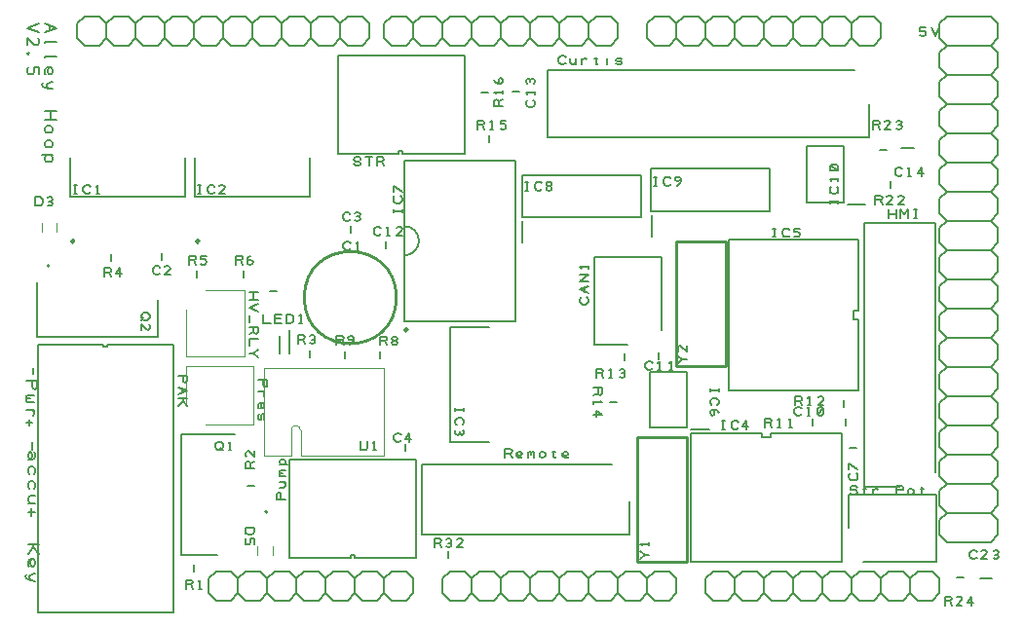
<source format=gbr>
G04 EasyPC Gerber Version 21.0.3 Build 4286 *
G04 #@! TF.Part,Single*
G04 #@! TF.FileFunction,Legend,Top *
G04 #@! TF.FilePolarity,Positive *
%FSLAX35Y35*%
%MOIN*%
%ADD13C,0.00394*%
%ADD149C,0.00394*%
%ADD147C,0.00472*%
%ADD145C,0.00500*%
%ADD146C,0.00600*%
%ADD117C,0.00669*%
%ADD14C,0.00787*%
%ADD155C,0.00984*%
%ADD148C,0.01000*%
X0Y0D02*
D02*
D13*
X12053Y133085D02*
Y135841D01*
X17171Y133085D02*
Y135841D01*
X85872Y25211D02*
Y22456D01*
X90990Y25211D02*
Y22456D01*
D02*
D14*
X10321Y115625D02*
Y97160D01*
X51817*
Y109739*
X13825Y121274D02*
G75*
G02X14612I394D01*
G01*
X13825D02*
G75*
G03X14612I394D01*
G01*
X35636Y125493D02*
Y123131D01*
X53116Y125743D02*
Y123381D01*
X60990Y158282D02*
Y144896D01*
X21620*
Y158282*
X64219Y16550D02*
Y18912D01*
X65163Y117298D02*
Y119660D01*
X78136Y63715D02*
X59671D01*
Y22219*
X72250*
X80990Y119660D02*
Y117298D01*
X82526Y46078D02*
X84888D01*
X88431Y37022D02*
X89219*
G75*
G02X88431I-394D01*
G01*
X89219D02*
G75*
G03X88431I-394D01*
G01*
X90203Y112810D02*
X92565D01*
X93469Y97461D02*
Y91162D01*
X96618D02*
Y99233D01*
X103746Y158282D02*
Y144896D01*
X64376*
Y158282*
X103793Y92243D02*
Y89881D01*
X115793Y91993D02*
Y89631D01*
X117793Y132631D02*
Y134993D01*
X127793Y91993D02*
Y89631D01*
X129888Y129581D02*
Y127219D01*
X136266Y60251D02*
Y57889D01*
X151030Y21274D02*
Y23637D01*
X164724Y180562D02*
X162362D01*
X165085Y165959D02*
Y163597D01*
X165203Y60999D02*
X151817D01*
Y100369*
X165203*
X175474Y181062D02*
X173112D01*
X176502Y137889D02*
Y152456D01*
X216974*
Y137889*
X176502*
X176581Y129227D02*
Y136511D01*
X206423Y74778D02*
X208785D01*
X207132Y53243D02*
X142132D01*
Y29424*
X213116*
Y40763*
X211543Y88881D02*
Y91243D01*
X220557Y140028D02*
Y154595D01*
X261030*
Y140028*
X220557*
X220636Y131367D02*
Y138650D01*
X223043Y91743D02*
Y89381D01*
X224039Y99312D02*
Y124312D01*
X201205*
Y94312*
X212543*
X232801Y65841D02*
X220203D01*
Y85133*
X232801*
Y65841*
X240281Y65231D02*
X234179D01*
X275636Y66511D02*
Y68873D01*
X286343Y142916D02*
X273744D01*
Y162207*
X286343*
Y142916*
X286502Y75487D02*
Y73125D01*
X287211Y69109D02*
Y66747D01*
X288392Y58952D02*
X290754D01*
X290043Y188229D02*
X185043D01*
Y165394*
X295043*
Y176812*
X293043Y20066D02*
X318043D01*
Y42900*
X288043*
Y31562*
X293823Y142306D02*
X287720D01*
X301224Y161062D02*
X298862D01*
X302293Y148131D02*
Y150493D01*
X310360Y161562D02*
X306226D01*
X317650Y50812D02*
Y135950D01*
X293437*
Y45812*
X305543*
X325112Y14812D02*
X327474D01*
X337110Y14312D02*
X332976D01*
D02*
D117*
X6817Y67524D02*
X8785D01*
X7801Y66540D02*
Y68509D01*
X9888Y141894D02*
Y144847D01*
X11364*
X11856Y144601*
X12102Y144355*
X12348Y143863*
Y142879*
X12102Y142387*
X11856Y142141*
X11364Y141894*
X9888*
X14071Y142141D02*
X14563Y141894D01*
X15055*
X15547Y142141*
X15793Y142633*
X15547Y143125*
X15055Y143371*
X14563*
X15055D02*
X15547Y143617D01*
X15793Y144109*
X15547Y144601*
X15055Y144847*
X14563*
X14071Y144601*
X9110Y84227D02*
Y86196D01*
X23028Y146028D02*
X24012D01*
X23520D02*
Y148981D01*
X23028D02*
X24012D01*
X28687Y146520D02*
X28441Y146274D01*
X27949Y146028*
X27211*
X26719Y146274*
X26472Y146520*
X26226Y147013*
Y147997*
X26472Y148489*
X26719Y148735*
X27211Y148981*
X27949*
X28441Y148735*
X28687Y148489*
X30656Y146028D02*
X31640D01*
X31148D02*
Y148981D01*
X30656Y148489*
X33425Y117564D02*
Y120517D01*
X35148*
X35640Y120270*
X35886Y119778*
X35640Y119286*
X35148Y119040*
X33425*
X35148D02*
X35886Y117564D01*
X38593D02*
Y120517D01*
X37362Y118548*
X39331*
X47041Y105239D02*
X48026D01*
X48518Y104993*
X48764Y104747*
X49010Y104255*
Y103763*
X48764Y103270*
X48518Y103024*
X48026Y102778*
X47041*
X46549Y103024*
X46303Y103270*
X46057Y103763*
Y104255*
X46303Y104747*
X46549Y104993*
X47041Y105239*
X46795Y103517D02*
X46057Y102778D01*
Y99333D02*
Y101302D01*
X47780Y99580*
X48272Y99333*
X48764Y99580*
X49010Y100072*
Y100810*
X48764Y101302*
X52506Y118765D02*
X52260Y118519D01*
X51768Y118272*
X51030*
X50537Y118519*
X50291Y118765*
X50045Y119257*
Y120241*
X50291Y120733*
X50537Y120979*
X51030Y121225*
X51768*
X52260Y120979*
X52506Y120733*
X55951Y118272D02*
X53982D01*
X55705Y119995*
X55951Y120487*
X55705Y120979*
X55213Y121225*
X54474*
X53982Y120979*
X58815Y83755D02*
X61768D01*
Y82032*
X61522Y81540*
X61030Y81294*
X60537Y81540*
X60291Y82032*
Y83755*
X58815Y79818D02*
X61768Y78587D01*
X58815Y77357*
X60045Y79326D02*
Y77849D01*
X58815Y75881D02*
X61768D01*
X60291D02*
Y75143D01*
X61768Y73420*
X60291Y75143D02*
X58815Y73420D01*
X61266Y10792D02*
Y13745D01*
X62988*
X63480Y13499*
X63726Y13007*
X63480Y12515*
X62988Y12269*
X61266*
X62988D02*
X63726Y10792D01*
X65695D02*
X66679D01*
X66187D02*
Y13745D01*
X65695Y13253*
X62447Y121816D02*
Y124769D01*
X64169*
X64661Y124522*
X64907Y124030*
X64661Y123538*
X64169Y123292*
X62447*
X64169D02*
X64907Y121816D01*
X66384Y122062D02*
X66876Y121816D01*
X67614*
X68106Y122062*
X68352Y122554*
Y122800*
X68106Y123292*
X67614Y123538*
X66384*
Y124769*
X68352*
X65547Y146028D02*
X66531D01*
X66039D02*
Y148981D01*
X65547D02*
X66531D01*
X71207Y146520D02*
X70961Y146274D01*
X70469Y146028*
X69730*
X69238Y146274*
X68992Y146520*
X68746Y147013*
Y147997*
X68992Y148489*
X69238Y148735*
X69730Y148981*
X70469*
X70961Y148735*
X71207Y148489*
X74652Y146028D02*
X72683D01*
X74406Y147751*
X74652Y148243*
X74406Y148735*
X73913Y148981*
X73175*
X72683Y148735*
X71500Y59190D02*
Y60174D01*
X71746Y60666*
X71992Y60912*
X72484Y61158*
X72976*
X73469Y60912*
X73715Y60666*
X73961Y60174*
Y59190*
X73715Y58698*
X73469Y58452*
X72976Y58206*
X72484*
X71992Y58452*
X71746Y58698*
X71500Y59190*
X73222Y58944D02*
X73961Y58206D01*
X75929D02*
X76913D01*
X76421D02*
Y61158D01*
X75929Y60666*
X78392Y121816D02*
Y124769D01*
X80114*
X80606Y124522*
X80852Y124030*
X80606Y123538*
X80114Y123292*
X78392*
X80114D02*
X80852Y121816D01*
X82329Y122554D02*
X82575Y123046D01*
X83067Y123292*
X83559*
X84051Y123046*
X84297Y122554*
X84051Y122062*
X83559Y121816*
X83067*
X82575Y122062*
X82329Y122554*
Y123292*
X82575Y124030*
X83067Y124522*
X83559Y124769*
X81669Y31770D02*
X84622D01*
Y30294*
X84376Y29802*
X84130Y29556*
X83638Y29310*
X82654*
X82161Y29556*
X81915Y29802*
X81669Y30294*
Y31770*
X81915Y27833D02*
X81669Y27341D01*
Y26603*
X81915Y26111*
X82407Y25865*
X82654*
X83146Y26111*
X83392Y26603*
Y27833*
X84622*
Y25865*
X83085Y112219D02*
X86037D01*
X84561D02*
Y109759D01*
X83085D02*
X86037D01*
Y108282D02*
X83085Y107052D01*
X86037Y105822*
X83085Y104345D02*
Y101885D01*
Y100408D02*
X86037D01*
Y98686*
X85791Y98194*
X85299Y97948*
X84807Y98194*
X84561Y98686*
Y100408*
Y98686D02*
X83085Y97948D01*
X86037Y96471D02*
X83085D01*
Y94011*
Y91304D02*
X84561D01*
X86037Y92534*
X84561Y91304D02*
X86037Y90074D01*
X86217Y82337D02*
X89169D01*
Y80615*
X88923Y80123*
X88431Y79877*
X87939Y80123*
X87693Y80615*
Y82337*
X86217Y78400D02*
X88185D01*
X87447D02*
X87939Y78154D01*
X88185Y77662*
Y77170*
X87939Y76678*
X86463Y72495D02*
X86217Y72741D01*
Y73233*
Y73725*
X86463Y74217*
X86955Y74463*
X87693*
X87939Y74217*
X88185Y73725*
Y73233*
X87939Y72741*
X87693Y72495*
X87447*
X87201Y72741*
X86955Y73233*
Y73725*
X87201Y74217*
X87447Y74463*
X86463Y70526D02*
X86217Y70034D01*
Y69050*
X86463Y68558*
X86955*
X87201Y69050*
Y70034*
X87447Y70526*
X87939*
X88185Y70034*
Y69050*
X87939Y68558*
X84858Y51983D02*
X81906D01*
Y53706*
X82152Y54198*
X82644Y54444*
X83136Y54198*
X83382Y53706*
Y51983*
Y53706D02*
X84858Y54444D01*
Y57889D02*
Y55920D01*
X83136Y57643*
X82644Y57889*
X82152Y57643*
X81906Y57150*
Y56412*
X82152Y55920*
X87841Y104690D02*
Y101737D01*
X90301*
X91778D02*
Y104690D01*
X94238*
X93746Y103213D02*
X91778D01*
Y101737D02*
X94238D01*
X95715D02*
Y104690D01*
X97191*
X97683Y104444*
X97929Y104198*
X98175Y103706*
Y102721*
X97929Y102229*
X97683Y101983*
X97191Y101737*
X95715*
X100144D02*
X101128D01*
X100636D02*
Y104690D01*
X100144Y104198*
X95370Y41353D02*
X92417D01*
Y43076*
X92663Y43568*
X93156Y43814*
X93648Y43568*
X93894Y43076*
Y41353*
X93402Y45290D02*
X94632D01*
X95124Y45536*
X95370Y46028*
Y46520*
X95124Y47013*
X94632Y47259*
X93402D02*
X95370D01*
Y49227D02*
X93402D01*
X93648D02*
X93402Y49473D01*
Y49965*
X93648Y50211*
X94386*
X93648D02*
X93402Y50457D01*
Y50950*
X93648Y51196*
X95370*
X93402Y53164D02*
X96108D01*
X94632D02*
X95124Y53410D01*
X95370Y53902*
Y54394*
X95124Y54887*
X94632Y55133*
X94140*
X93648Y54887*
X93402Y54394*
Y53902*
X93648Y53410*
X94140Y53164*
X94632*
X99652Y94650D02*
Y97603D01*
X101374*
X101866Y97357*
X102112Y96865*
X101866Y96373*
X101374Y96127*
X99652*
X101374D02*
X102112Y94650D01*
X103835Y94896D02*
X104327Y94650D01*
X104819*
X105311Y94896*
X105557Y95389*
X105311Y95881*
X104819Y96127*
X104327*
X104819D02*
X105311Y96373D01*
X105557Y96865*
X105311Y97357*
X104819Y97603*
X104327*
X103835Y97357*
X112880Y94414D02*
Y97367D01*
X114602*
X115094Y97121*
X115341Y96629*
X115094Y96137*
X114602Y95891*
X112880*
X114602D02*
X115341Y94414D01*
X117555D02*
X118047Y94660D01*
X118539Y95152*
X118785Y95891*
Y96629*
X118539Y97121*
X118047Y97367*
X117555*
X117063Y97121*
X116817Y96629*
X117063Y96137*
X117555Y95891*
X118047*
X118539Y96137*
X118785Y96629*
X117504Y137190D02*
X117258Y136944D01*
X116766Y136698*
X116028*
X115535Y136944*
X115289Y137190*
X115043Y137682*
Y138666*
X115289Y139158*
X115535Y139404*
X116028Y139650*
X116766*
X117258Y139404*
X117504Y139158*
X119226Y136944D02*
X119719Y136698D01*
X120211*
X120703Y136944*
X120949Y137436*
X120703Y137928*
X120211Y138174*
X119719*
X120211D02*
X120703Y138420D01*
X120949Y138912*
X120703Y139404*
X120211Y139650*
X119719*
X119226Y139404*
X117626Y127182D02*
X117380Y126936D01*
X116888Y126690*
X116150*
X115657Y126936*
X115411Y127182*
X115165Y127674*
Y128658*
X115411Y129150*
X115657Y129396*
X116150Y129643*
X116888*
X117380Y129396*
X117626Y129150*
X119594Y126690D02*
X120579D01*
X120087D02*
Y129643D01*
X119594Y129150*
X118785Y156333D02*
X119031Y155841D01*
X119524Y155595*
X120508*
X121000Y155841*
X121246Y156333*
X121000Y156826*
X120508Y157072*
X119524*
X119031Y157318*
X118785Y157810*
X119031Y158302*
X119524Y158548*
X120508*
X121000Y158302*
X121246Y157810*
X123953Y155595D02*
Y158548D01*
X122722D02*
X125183D01*
X126659Y155595D02*
Y158548D01*
X128382*
X128874Y158302*
X129120Y157810*
X128874Y157318*
X128382Y157072*
X126659*
X128382D02*
X129120Y155595D01*
X120957Y61178D02*
Y58963D01*
X121203Y58471*
X121695Y58225*
X122679*
X123171Y58471*
X123417Y58963*
Y61178*
X125386Y58225D02*
X126370D01*
X125878D02*
Y61178D01*
X125386Y60686*
X128096Y132229D02*
X127850Y131983D01*
X127358Y131737*
X126620*
X126128Y131983*
X125882Y132229*
X125636Y132721*
Y133706*
X125882Y134198*
X126128Y134444*
X126620Y134690*
X127358*
X127850Y134444*
X128096Y134198*
X130065Y131737D02*
X131049D01*
X130557D02*
Y134690D01*
X130065Y134198*
X135478Y131737D02*
X133510D01*
X135232Y133459*
X135478Y133952*
X135232Y134444*
X134740Y134690*
X134002*
X133510Y134444*
X127762Y94178D02*
Y97131D01*
X129484*
X129976Y96885*
X130222Y96393*
X129976Y95900*
X129484Y95654*
X127762*
X129484D02*
X130222Y94178D01*
X132437Y95654D02*
X132929D01*
X133421Y95900*
X133667Y96393*
X133421Y96885*
X132929Y97131*
X132437*
X131945Y96885*
X131699Y96393*
X131945Y95900*
X132437Y95654*
X131945Y95408*
X131699Y94916*
X131945Y94424*
X132437Y94178*
X132929*
X133421Y94424*
X133667Y94916*
X133421Y95408*
X132929Y95654*
X134976Y61550D02*
X134730Y61304D01*
X134238Y61058*
X133500*
X133008Y61304*
X132762Y61550*
X132516Y62042*
Y63026*
X132762Y63519*
X133008Y63765*
X133500Y64011*
X134238*
X134730Y63765*
X134976Y63519*
X137683Y61058D02*
Y64011D01*
X136453Y62042*
X138421*
X135291Y139532D02*
Y140517D01*
Y140024D02*
X132339D01*
Y139532D02*
Y140517D01*
X134799Y145192D02*
X135045Y144946D01*
X135291Y144454*
Y143715*
X135045Y143223*
X134799Y142977*
X134307Y142731*
X133323*
X132831Y142977*
X132585Y143223*
X132339Y143715*
Y144454*
X132585Y144946*
X132831Y145192*
X135291Y146668D02*
X132339Y148637D01*
Y146668*
X146305Y24965D02*
Y27918D01*
X148028*
X148520Y27672*
X148766Y27180*
X148520Y26688*
X148028Y26442*
X146305*
X148028D02*
X148766Y24965D01*
X150488Y25211D02*
X150980Y24965D01*
X151472*
X151965Y25211*
X152211Y25704*
X151965Y26196*
X151472Y26442*
X150980*
X151472D02*
X151965Y26688D01*
X152211Y27180*
X151965Y27672*
X151472Y27918*
X150980*
X150488Y27672*
X156148Y24965D02*
X154179D01*
X155902Y26688*
X156148Y27180*
X155902Y27672*
X155409Y27918*
X154671*
X154179Y27672*
X153539Y72505D02*
Y71520D01*
Y72013D02*
X156492D01*
Y72505D02*
Y71520D01*
X154031Y66845D02*
X153785Y67091D01*
X153539Y67583*
Y68322*
X153785Y68814*
X154031Y69060*
X154524Y69306*
X155508*
X156000Y69060*
X156246Y68814*
X156492Y68322*
Y67583*
X156246Y67091*
X156000Y66845*
X153785Y65123D02*
X153539Y64631D01*
Y64139*
X153785Y63646*
X154278Y63400*
X154770Y63646*
X155016Y64139*
Y64631*
Y64139D02*
X155262Y63646D01*
X155754Y63400*
X156246Y63646*
X156492Y64139*
Y64631*
X156246Y65123*
X161069Y168115D02*
Y171068D01*
X162791*
X163283Y170822*
X163530Y170330*
X163283Y169837*
X162791Y169591*
X161069*
X162791D02*
X163530Y168115D01*
X165498D02*
X166482D01*
X165990D02*
Y171068D01*
X165498Y170576*
X168943Y168361D02*
X169435Y168115D01*
X170173*
X170665Y168361*
X170911Y168853*
Y169099*
X170665Y169591*
X170173Y169837*
X168943*
Y171068*
X170911*
X170518Y55674D02*
Y58627D01*
X172240*
X172732Y58381*
X172978Y57889*
X172732Y57396*
X172240Y57150*
X170518*
X172240D02*
X172978Y55674D01*
X176423Y55920D02*
X176177Y55674D01*
X175685*
X175193*
X174701Y55920*
X174455Y56412*
Y57150*
X174701Y57396*
X175193Y57643*
X175685*
X176177Y57396*
X176423Y57150*
Y56904*
X176177Y56658*
X175685Y56412*
X175193*
X174701Y56658*
X174455Y56904*
X178392Y55674D02*
Y57643D01*
Y57396D02*
X178638Y57643D01*
X179130*
X179376Y57396*
Y56658*
Y57396D02*
X179622Y57643D01*
X180114*
X180360Y57396*
Y55674*
X182329Y56412D02*
X182575Y55920D01*
X183067Y55674*
X183559*
X184051Y55920*
X184297Y56412*
Y56904*
X184051Y57396*
X183559Y57643*
X183067*
X182575Y57396*
X182329Y56904*
Y56412*
X186758Y57643D02*
X187742D01*
X187250Y58135D02*
Y55920D01*
X187496Y55674*
X187742*
X187988Y55920*
X192171D02*
X191925Y55674D01*
X191433*
X190941*
X190449Y55920*
X190203Y56412*
Y57150*
X190449Y57396*
X190941Y57643*
X191433*
X191925Y57396*
X192171Y57150*
Y56904*
X191925Y56658*
X191433Y56412*
X190941*
X190449Y56658*
X190203Y56904*
X169780Y175881D02*
X166827D01*
Y177603*
X167073Y178095*
X167565Y178341*
X168057Y178095*
X168303Y177603*
Y175881*
Y177603D02*
X169780Y178341D01*
Y180310D02*
Y181294D01*
Y180802D02*
X166827D01*
X167319Y180310*
X169041Y183755D02*
X168549Y184001D01*
X168303Y184493*
Y184985*
X168549Y185477*
X169041Y185723*
X169533Y185477*
X169780Y184985*
Y184493*
X169533Y184001*
X169041Y183755*
X168303*
X167565Y184001*
X167073Y184493*
X166827Y184985*
X177476Y147160D02*
X178461D01*
X177969D02*
Y150113D01*
X177476D02*
X178461D01*
X183136Y147652D02*
X182890Y147406D01*
X182398Y147160*
X181659*
X181167Y147406*
X180921Y147652*
X180675Y148144*
Y149129*
X180921Y149621*
X181167Y149867*
X181659Y150113*
X182398*
X182890Y149867*
X183136Y149621*
X185350Y148637D02*
X185843D01*
X186335Y148883*
X186581Y149375*
X186335Y149867*
X185843Y150113*
X185350*
X184858Y149867*
X184612Y149375*
X184858Y148883*
X185350Y148637*
X184858Y148391*
X184612Y147898*
X184858Y147406*
X185350Y147160*
X185843*
X186335Y147406*
X186581Y147898*
X186335Y148391*
X185843Y148637*
X180154Y178105D02*
X180400Y177859D01*
X180646Y177367*
Y176629*
X180400Y176137*
X180154Y175891*
X179661Y175644*
X178677*
X178185Y175891*
X177939Y176137*
X177693Y176629*
Y177367*
X177939Y177859*
X178185Y178105*
X180646Y180074D02*
Y181058D01*
Y180566D02*
X177693D01*
X178185Y180074*
X180400Y183765D02*
X180646Y184257D01*
Y184749*
X180400Y185241*
X179907Y185487*
X179415Y185241*
X179169Y184749*
Y184257*
Y184749D02*
X178923Y185241D01*
X178431Y185487*
X177939Y185241*
X177693Y184749*
Y184257*
X177939Y183765*
X191285Y190812D02*
X191039Y190566D01*
X190547Y190320*
X189809*
X189317Y190566*
X189071Y190812*
X188825Y191304*
Y192288*
X189071Y192780*
X189317Y193026*
X189809Y193272*
X190547*
X191039Y193026*
X191285Y192780*
X192762Y192288D02*
Y191058D01*
X193008Y190566*
X193500Y190320*
X193992*
X194484Y190566*
X194730Y191058*
Y192288D02*
Y190320D01*
X196699D02*
Y192288D01*
Y191550D02*
X196945Y192042D01*
X197437Y192288*
X197929*
X198421Y192042*
X201128Y192288D02*
X202112D01*
X201620Y192780D02*
Y190566D01*
X201866Y190320*
X202112*
X202358Y190566*
X205557Y190320D02*
Y192288D01*
Y193026D02*
X208510Y190566*
X209002Y190320D01*
X209986*
X210478Y190566*
Y191058*
X209986Y191304*
X209002*
X208510Y191550*
Y192042*
X209002Y192288*
X209986*
X210478Y192042*
X198563Y110522D02*
X198809Y110276D01*
X199055Y109784*
Y109046*
X198809Y108554*
X198563Y108308*
X198071Y108062*
X197087*
X196594Y108308*
X196348Y108554*
X196102Y109046*
Y109784*
X196348Y110276*
X196594Y110522*
X199055Y111999D02*
X196102Y113229D01*
X199055Y114459*
X197825Y112491D02*
Y113967D01*
X199055Y115936D02*
X196102D01*
X199055Y118396*
X196102*
X199055Y120365D02*
Y121349D01*
Y120857D02*
X196102D01*
X196594Y120365*
X200783Y79528D02*
X203736D01*
Y77806*
X203490Y77314*
X202998Y77068*
X202506Y77314*
X202260Y77806*
Y79528*
Y77806D02*
X200783Y77068D01*
Y75099D02*
Y74115D01*
Y74607D02*
X203736D01*
X203244Y75099*
X200783Y70424D02*
X203736D01*
X201768Y71654*
Y69686*
X201699Y83076D02*
Y86028D01*
X203421*
X203913Y85782*
X204159Y85290*
X203913Y84798*
X203421Y84552*
X201699*
X203421D02*
X204159Y83076D01*
X206128D02*
X207112D01*
X206620D02*
Y86028D01*
X206128Y85536*
X209819Y83322D02*
X210311Y83076D01*
X210803*
X211295Y83322*
X211541Y83814*
X211295Y84306*
X210803Y84552*
X210311*
X210803D02*
X211295Y84798D01*
X211541Y85290*
X211295Y85782*
X210803Y86028*
X210311*
X209819Y85782*
X220931Y86166D02*
X220685Y85920D01*
X220193Y85674*
X219455*
X218963Y85920*
X218717Y86166*
X218470Y86658*
Y87643*
X218717Y88135*
X218963Y88381*
X219455Y88627*
X220193*
X220685Y88381*
X220931Y88135*
X222900Y85674D02*
X223884D01*
X223392D02*
Y88627D01*
X222900Y88135*
X226837Y85674D02*
X227821D01*
X227329D02*
Y88627D01*
X226837Y88135*
X219858Y22387D02*
X218382D01*
X216906Y21156*
X218382Y22387D02*
X216906Y23617D01*
X219858Y25585D02*
Y26570D01*
Y26078D02*
X216906D01*
X217398Y25585*
X221531Y148800D02*
X222516D01*
X222024D02*
Y151753D01*
X221531D02*
X222516D01*
X227191Y149292D02*
X226945Y149046D01*
X226453Y148800*
X225715*
X225222Y149046*
X224976Y149292*
X224730Y149784*
Y150769*
X224976Y151261*
X225222Y151507*
X225715Y151753*
X226453*
X226945Y151507*
X227191Y151261*
X229406Y148800D02*
X229898Y149046D01*
X230390Y149538*
X230636Y150276*
Y151015*
X230390Y151507*
X229898Y151753*
X229406*
X228913Y151507*
X228667Y151015*
X228913Y150522*
X229406Y150276*
X229898*
X230390Y150522*
X230636Y151015*
X232614Y89237D02*
X231138D01*
X229661Y88007*
X231138Y89237D02*
X229661Y90467D01*
X232614Y93912D02*
Y91944D01*
X230892Y93666*
X230400Y93912*
X229907Y93666*
X229661Y93174*
Y92436*
X229907Y91944*
X240740Y79249D02*
Y78265D01*
Y78757D02*
X243693D01*
Y79249D02*
Y78265D01*
X241232Y73589D02*
X240986Y73835D01*
X240740Y74328*
Y75066*
X240986Y75558*
X241232Y75804*
X241724Y76050*
X242709*
X243201Y75804*
X243447Y75558*
X243693Y75066*
Y74328*
X243447Y73835*
X243201Y73589*
X241478Y72113D02*
X241970Y71867D01*
X242217Y71375*
Y70883*
X241970Y70391*
X241478Y70144*
X240986Y70391*
X240740Y70883*
Y71375*
X240986Y71867*
X241478Y72113*
X242217*
X242955Y71867*
X243447Y71375*
X243693Y70883*
X244720Y65359D02*
X245705D01*
X245213D02*
Y68312D01*
X244720D02*
X245705D01*
X250380Y65851D02*
X250134Y65605D01*
X249642Y65359*
X248904*
X248411Y65605*
X248165Y65851*
X247919Y66343*
Y67328*
X248165Y67820*
X248411Y68066*
X248904Y68312*
X249642*
X250134Y68066*
X250380Y67820*
X253087Y65359D02*
Y68312D01*
X251856Y66343*
X253825*
X259337Y66068D02*
Y69020D01*
X261059*
X261551Y68774*
X261797Y68282*
X261551Y67790*
X261059Y67544*
X259337*
X261059D02*
X261797Y66068D01*
X263766D02*
X264750D01*
X264258D02*
Y69020D01*
X263766Y68528*
X267703Y66068D02*
X268687D01*
X268195D02*
Y69020D01*
X267703Y68528*
X262207Y131178D02*
X263191D01*
X262699D02*
Y134131D01*
X262207D02*
X263191D01*
X267866Y131670D02*
X267620Y131424D01*
X267128Y131178*
X266390*
X265898Y131424*
X265652Y131670*
X265406Y132162*
Y133146*
X265652Y133639*
X265898Y133885*
X266390Y134131*
X267128*
X267620Y133885*
X267866Y133639*
X269343Y131424D02*
X269835Y131178D01*
X270573*
X271065Y131424*
X271311Y131916*
Y132162*
X271065Y132654*
X270573Y132900*
X269343*
Y134131*
X271311*
X271955Y70576D02*
X271709Y70330D01*
X271217Y70083*
X270478*
X269986Y70330*
X269740Y70576*
X269494Y71068*
Y72052*
X269740Y72544*
X269986Y72790*
X270478Y73036*
X271217*
X271709Y72790*
X271955Y72544*
X273923Y70083D02*
X274907D01*
X274415D02*
Y73036D01*
X273923Y72544*
X277614Y70330D02*
X278106Y70083D01*
X278598*
X279091Y70330*
X279337Y70822*
Y72298*
X279091Y72790*
X278598Y73036*
X278106*
X277614Y72790*
X277368Y72298*
Y70822*
X277614Y70330*
X279091Y72790*
X269730Y73627D02*
Y76580D01*
X271453*
X271945Y76333*
X272191Y75841*
X271945Y75349*
X271453Y75103*
X269730*
X271453D02*
X272191Y73627D01*
X274159D02*
X275144D01*
X274652D02*
Y76580D01*
X274159Y76087*
X279573Y73627D02*
X277604D01*
X279327Y75349*
X279573Y75841*
X279327Y76333*
X278835Y76580*
X278096*
X277604Y76333*
X284555Y142800D02*
Y143784D01*
Y143292D02*
X281602D01*
Y142800D02*
Y143784D01*
X284063Y148459D02*
X284309Y148213D01*
X284555Y147721*
Y146983*
X284309Y146491*
X284063Y146245*
X283571Y145999*
X282587*
X282094Y146245*
X281848Y146491*
X281602Y146983*
Y147721*
X281848Y148213*
X282094Y148459*
X284555Y150428D02*
Y151412D01*
Y150920D02*
X281602D01*
X282094Y150428*
X284309Y154119D02*
X284555Y154611D01*
Y155103*
X284309Y155595*
X283817Y155841*
X282341*
X281848Y155595*
X281602Y155103*
Y154611*
X281848Y154119*
X282341Y153873*
X283817*
X284309Y154119*
X281848Y155595*
X288628Y43788D02*
X288874Y43296D01*
X289366Y43050*
X290350*
X290843Y43296*
X291089Y43788*
X290843Y44280*
X290350Y44526*
X289366*
X288874Y44772*
X288628Y45265*
X288874Y45757*
X289366Y46003*
X290350*
X290843Y45757*
X291089Y45265*
X293057Y45019D02*
X294041D01*
X293549Y45511D02*
Y43296D01*
X293795Y43050*
X294041*
X294287Y43296*
X296502Y43050D02*
Y45019D01*
Y44280D02*
X296748Y44772D01*
X297240Y45019*
X297732*
X298224Y44772*
X300439Y43050D02*
X302900D01*
X304376D02*
Y46003D01*
X306098*
X306591Y45757*
X306837Y45265*
X306591Y44772*
X306098Y44526*
X304376*
X308313Y43788D02*
X308559Y43296D01*
X309051Y43050*
X309543*
X310035Y43296*
X310281Y43788*
Y44280*
X310035Y44772*
X309543Y45019*
X309051*
X308559Y44772*
X308313Y44280*
Y43788*
X312742Y45019D02*
X313726D01*
X313234Y45511D02*
Y43296D01*
X313480Y43050*
X313726*
X313972Y43296*
X290705Y50310D02*
X290951Y50064D01*
X291197Y49572*
Y48833*
X290951Y48341*
X290705Y48095*
X290213Y47849*
X289228*
X288736Y48095*
X288490Y48341*
X288244Y48833*
Y49572*
X288490Y50064*
X288736Y50310*
X291197Y51786D02*
X288244Y53755D01*
Y51786*
X296423Y168115D02*
Y171068D01*
X298146*
X298638Y170822*
X298884Y170330*
X298638Y169837*
X298146Y169591*
X296423*
X298146D02*
X298884Y168115D01*
X302329D02*
X300360D01*
X302083Y169837*
X302329Y170330*
X302083Y170822*
X301591Y171068*
X300852*
X300360Y170822*
X304543Y168361D02*
X305035Y168115D01*
X305528*
X306020Y168361*
X306266Y168853*
X306020Y169345*
X305528Y169591*
X305035*
X305528D02*
X306020Y169837D01*
X306266Y170330*
X306020Y170822*
X305528Y171068*
X305035*
X304543Y170822*
X297132Y142367D02*
Y145320D01*
X298854*
X299346Y145074*
X299593Y144581*
X299346Y144089*
X298854Y143843*
X297132*
X298854D02*
X299593Y142367D01*
X303037D02*
X301069D01*
X302791Y144089*
X303037Y144581*
X302791Y145074*
X302299Y145320*
X301561*
X301069Y145074*
X306974Y142367D02*
X305006D01*
X306728Y144089*
X306974Y144581*
X306728Y145074*
X306236Y145320*
X305498*
X305006Y145074*
X301856Y137643D02*
Y140595D01*
Y139119D02*
X304317D01*
Y137643D02*
Y140595D01*
X305793Y137643D02*
Y140595D01*
X307024Y139119*
X308254Y140595*
Y137643*
X310469D02*
X311453D01*
X310961D02*
Y140595D01*
X310469D02*
X311453D01*
X306443Y152544D02*
X306197Y152298D01*
X305705Y152052*
X304967*
X304474Y152298*
X304228Y152544*
X303982Y153036*
Y154020*
X304228Y154513*
X304474Y154759*
X304967Y155005*
X305705*
X306197Y154759*
X306443Y154513*
X308411Y152052D02*
X309396D01*
X308904D02*
Y155005D01*
X308411Y154513*
X313087Y152052D02*
Y155005D01*
X311856Y153036*
X313825*
X312535Y200296D02*
X313028Y200050D01*
X313766*
X314258Y200296*
X314504Y200788*
Y201034*
X314258Y201526*
X313766Y201772*
X312535*
Y203003*
X314504*
X316472D02*
X317703Y200050D01*
X318933Y203003*
X320990Y5123D02*
Y8076D01*
X322713*
X323205Y7830*
X323451Y7337*
X323205Y6845*
X322713Y6599*
X320990*
X322713D02*
X323451Y5123D01*
X326896D02*
X324927D01*
X326650Y6845*
X326896Y7337*
X326650Y7830*
X326157Y8076*
X325419*
X324927Y7830*
X330094Y5123D02*
Y8076D01*
X328864Y6107*
X330833*
X331955Y21442D02*
X331709Y21196D01*
X331217Y20950*
X330478*
X329986Y21196*
X329740Y21442*
X329494Y21934*
Y22918*
X329740Y23410*
X329986Y23656*
X330478Y23902*
X331217*
X331709Y23656*
X331955Y23410*
X335400Y20950D02*
X333431D01*
X335154Y22672*
X335400Y23164*
X335154Y23656*
X334661Y23902*
X333923*
X333431Y23656*
X337614Y21196D02*
X338106Y20950D01*
X338598*
X339091Y21196*
X339337Y21688*
X339091Y22180*
X338598Y22426*
X338106*
X338598D02*
X339091Y22672D01*
X339337Y23164*
X339091Y23656*
X338598Y23902*
X338106*
X337614Y23656*
D02*
D145*
X6809Y82101D02*
X10559D01*
Y79914*
X10247Y79289*
X9622Y78976*
X8997Y79289*
X8685Y79914*
Y82101*
X9309Y77101D02*
X7122D01*
X6809Y76789*
Y76164*
X7122Y75851*
X8059*
X7122D02*
X6809Y75539D01*
Y74914*
X7122Y74601*
X9309*
X6809Y72101D02*
X9309D01*
X8372D02*
X8997Y71789D01*
X9309Y71164*
Y70539*
X8997Y69914*
X7282Y25881D02*
X11032D01*
X9157D02*
Y24943D01*
X11032Y22756*
X9157Y24943D02*
X7282Y22756D01*
X7594Y18381D02*
X7282Y18693D01*
Y19318*
Y19943*
X7594Y20568*
X8220Y20881*
X9157*
X9470Y20568*
X9782Y19943*
Y19318*
X9470Y18693*
X9157Y18381*
X8844*
X8532Y18693*
X8220Y19318*
Y19943*
X8532Y20568*
X8844Y20881*
X9782Y15881D02*
X8532Y15568D01*
X7907Y14943*
Y14318*
X8532Y13693*
X9782Y13381*
X8532Y13693D02*
X7282Y14006D01*
X6657Y14318*
X6344Y14943*
X6657Y15568*
X9470Y57534D02*
X9782Y56909D01*
Y55972*
X9470Y55347*
X8844Y55034*
X7907*
X7594Y55347*
X7282Y55972*
Y56597*
X7594Y57222*
X7907Y57534*
X8220*
X8532Y57222*
X8844Y56597*
Y55972*
X8532Y55347*
X8220Y55034*
X7907D02*
X7282D01*
X9470Y50034D02*
X9782Y50659D01*
Y51597*
X9470Y52222*
X8844Y52534*
X8220*
X7594Y52222*
X7282Y51597*
Y50659*
X7594Y50034*
X9470Y45034D02*
X9782Y45659D01*
Y46597*
X9470Y47222*
X8844Y47534*
X8220*
X7594Y47222*
X7282Y46597*
Y45659*
X7594Y45034*
X9782Y42534D02*
X8220D01*
X7594Y42222*
X7282Y41597*
Y40972*
X7594Y40347*
X8220Y40034*
X9782D02*
X7282D01*
X7289Y37044D02*
X9789D01*
X8539Y35794D02*
Y38294D01*
X8645Y58479D02*
Y60979D01*
X13187Y204345D02*
X16937Y202783D01*
X13187Y201220*
X14750Y203720D02*
Y201845D01*
X13187Y197783D02*
Y198095D01*
X16937*
X13187Y192783D02*
Y193095D01*
X16937*
X13500Y186845D02*
X13187Y187158D01*
Y187783*
Y188408*
X13500Y189033*
X14125Y189345*
X15063*
X15375Y189033*
X15687Y188408*
Y187783*
X15375Y187158*
X15063Y186845*
X14750*
X14437Y187158*
X14125Y187783*
Y188408*
X14437Y189033*
X14750Y189345*
X15687Y184345D02*
X14437Y184033D01*
X13813Y183408*
Y182783*
X14437Y182158*
X15687Y181845*
X14437Y182158D02*
X13187Y182470D01*
X12563Y182783*
X12250Y183408*
X12563Y184033*
X13187Y174345D02*
X16937D01*
X15063D02*
Y171220D01*
X13187D02*
X16937D01*
X14125Y169345D02*
X13500Y169033D01*
X13187Y168408*
Y167783*
X13500Y167158*
X14125Y166845*
X14750*
X15375Y167158*
X15687Y167783*
Y168408*
X15375Y169033*
X14750Y169345*
X14125*
Y164345D02*
X13500Y164033D01*
X13187Y163408*
Y162783*
X13500Y162158*
X14125Y161845*
X14750*
X15375Y162158*
X15687Y162783*
Y163408*
X15375Y164033*
X14750Y164345*
X14125*
X15687Y159345D02*
X12250D01*
X14125D02*
X13500Y159033D01*
X13187Y158408*
Y157783*
X13500Y157158*
X14125Y156845*
X14750*
X15375Y157158*
X15687Y157783*
Y158408*
X15375Y159033*
X14750Y159345*
X14125*
X10937Y204345D02*
X7187Y202783D01*
X10937Y201220*
X7187Y196845D02*
Y199345D01*
X9375Y197158*
X10000Y196845*
X10625Y197158*
X10937Y197783*
Y198720*
X10625Y199345*
X7187Y194033D02*
X7500Y193720D01*
X7813Y194033*
X7500Y194345*
X7187Y194033*
X7500Y189345D02*
X7187Y188720D01*
Y187783*
X7500Y187158*
X8125Y186845*
X8437*
X9063Y187158*
X9375Y187783*
Y189345*
X10937*
Y186845*
X57238Y94428D02*
Y2696D01*
X10781*
Y94428*
X33169*
Y93803*
X34419*
Y94428*
X57238*
X96837Y21412D02*
Y54877D01*
X140144*
Y21412*
X118938*
Y22200*
X117688*
Y21412*
X96837*
X113317Y159796D02*
Y193261D01*
X156624*
Y159796*
X135418*
Y160583*
X134168*
Y159796*
X113317*
X136085Y102396D02*
X174085D01*
Y157396*
X136085*
Y102396*
Y134896D02*
G75*
G02X141085Y129896J-5000D01*
G01*
G75*
G02X136085Y124896I-5000*
G01*
X285728Y64129D02*
Y19995D01*
X234154*
Y64129*
X258465*
Y62652*
X261417*
Y64129*
X285728*
X291285Y78755D02*
X247152D01*
Y130330*
X291285*
Y106019*
X289809*
Y103066*
X291285*
Y78755*
D02*
D146*
X34159Y199312D02*
X31659Y196812D01*
X26659*
X24159Y199312*
Y204312*
X26659Y206812*
X31659*
X34159Y204312*
X44159Y199312D02*
X41659Y196812D01*
X36659*
X34159Y199312*
Y204312*
X36659Y206812*
X41659*
X44159Y204312*
X54159Y199312D02*
X51659Y196812D01*
X46659*
X44159Y199312*
Y204312*
X46659Y206812*
X51659*
X54159Y204312*
X64159Y199312D02*
X61659Y196812D01*
X56659*
X54159Y199312*
Y204312*
X56659Y206812*
X61659*
X64159Y204312*
X74159Y199312D02*
X71659Y196812D01*
X66659*
X64159Y199312*
Y204312*
X66659Y206812*
X71659*
X74159Y204312*
X79159Y9312D02*
X76659Y6812D01*
X71659*
X69159Y9312*
Y14312*
X71659Y16812*
X76659*
X79159Y14312*
X84159Y199312D02*
X81659Y196812D01*
X76659*
X74159Y199312*
Y204312*
X76659Y206812*
X81659*
X84159Y204312*
X89159Y9312D02*
X86659Y6812D01*
X81659*
X79159Y9312*
Y14312*
X81659Y16812*
X86659*
X89159Y14312*
X94159Y199312D02*
X91659Y196812D01*
X86659*
X84159Y199312*
Y204312*
X86659Y206812*
X91659*
X94159Y204312*
X99159Y9312D02*
X96659Y6812D01*
X91659*
X89159Y9312*
Y14312*
X91659Y16812*
X96659*
X99159Y14312*
X104159Y199312D02*
X101659Y196812D01*
X96659*
X94159Y199312*
Y204312*
X96659Y206812*
X101659*
X104159Y204312*
X109159Y9312D02*
X106659Y6812D01*
X101659*
X99159Y9312*
Y14312*
X101659Y16812*
X106659*
X109159Y14312*
X114159Y199312D02*
X116659Y196812D01*
X121659*
X124159Y199312*
Y204312*
X121659Y206812*
X116659*
X114159Y204312*
Y199312*
X111659Y196812*
X106659*
X104159Y199312*
Y204312*
X106659Y206812*
X111659*
X114159Y204312*
X119159Y9312D02*
X116659Y6812D01*
X111659*
X109159Y9312*
Y14312*
X111659Y16812*
X116659*
X119159Y14312*
X129159Y9312D02*
X126659Y6812D01*
X121659*
X119159Y9312*
Y14312*
X121659Y16812*
X126659*
X129159Y14312*
X139159D02*
Y9312D01*
X136659Y6812*
X131659*
X129159Y9312*
Y14312*
X131659Y16812*
X136659*
X139159Y14312*
Y199312D02*
X136659Y196812D01*
X131659*
X129159Y199312*
Y204312*
X131659Y206812*
X136659*
X139159Y204312*
X149159Y199312D02*
X146659Y196812D01*
X141659*
X139159Y199312*
Y204312*
X141659Y206812*
X146659*
X149159Y204312*
X159159Y9312D02*
X156659Y6812D01*
X151659*
X149159Y9312*
Y14312*
X151659Y16812*
X156659*
X159159Y14312*
Y199312D02*
X156659Y196812D01*
X151659*
X149159Y199312*
Y204312*
X151659Y206812*
X156659*
X159159Y204312*
X169159Y9312D02*
X166659Y6812D01*
X161659*
X159159Y9312*
Y14312*
X161659Y16812*
X166659*
X169159Y14312*
Y199312D02*
X166659Y196812D01*
X161659*
X159159Y199312*
Y204312*
X161659Y206812*
X166659*
X169159Y204312*
X179159Y9312D02*
X176659Y6812D01*
X171659*
X169159Y9312*
Y14312*
X171659Y16812*
X176659*
X179159Y14312*
Y199312D02*
X176659Y196812D01*
X171659*
X169159Y199312*
Y204312*
X171659Y206812*
X176659*
X179159Y204312*
X189159Y9312D02*
X186659Y6812D01*
X181659*
X179159Y9312*
Y14312*
X181659Y16812*
X186659*
X189159Y14312*
Y199312D02*
X186659Y196812D01*
X181659*
X179159Y199312*
Y204312*
X181659Y206812*
X186659*
X189159Y204312*
X199159Y9312D02*
X196659Y6812D01*
X191659*
X189159Y9312*
Y14312*
X191659Y16812*
X196659*
X199159Y14312*
Y199312D02*
X201659Y196812D01*
X206659*
X209159Y199312*
Y204312*
X206659Y206812*
X201659*
X199159Y204312*
Y199312*
X196659Y196812*
X191659*
X189159Y199312*
Y204312*
X191659Y206812*
X196659*
X199159Y204312*
X209159Y9312D02*
X206659Y6812D01*
X201659*
X199159Y9312*
Y14312*
X201659Y16812*
X206659*
X209159Y14312*
X219159Y9312D02*
X216659Y6812D01*
X211659*
X209159Y9312*
Y14312*
X211659Y16812*
X216659*
X219159Y14312*
X229159D02*
Y9312D01*
X226659Y6812*
X221659*
X219159Y9312*
Y14312*
X221659Y16812*
X226659*
X229159Y14312*
Y199312D02*
X226659Y196812D01*
X221659*
X219159Y199312*
Y204312*
X221659Y206812*
X226659*
X229159Y204312*
X239159Y199312D02*
X236659Y196812D01*
X231659*
X229159Y199312*
Y204312*
X231659Y206812*
X236659*
X239159Y204312*
X249159Y9312D02*
X246659Y6812D01*
X241659*
X239159Y9312*
Y14312*
X241659Y16812*
X246659*
X249159Y14312*
Y199312D02*
X246659Y196812D01*
X241659*
X239159Y199312*
Y204312*
X241659Y206812*
X246659*
X249159Y204312*
X259159Y9312D02*
X256659Y6812D01*
X251659*
X249159Y9312*
Y14312*
X251659Y16812*
X256659*
X259159Y14312*
Y199312D02*
X256659Y196812D01*
X251659*
X249159Y199312*
Y204312*
X251659Y206812*
X256659*
X259159Y204312*
X269159Y9312D02*
X266659Y6812D01*
X261659*
X259159Y9312*
Y14312*
X261659Y16812*
X266659*
X269159Y14312*
Y199312D02*
X266659Y196812D01*
X261659*
X259159Y199312*
Y204312*
X261659Y206812*
X266659*
X269159Y204312*
X279159Y9312D02*
X276659Y6812D01*
X271659*
X269159Y9312*
Y14312*
X271659Y16812*
X276659*
X279159Y14312*
Y199312D02*
X276659Y196812D01*
X271659*
X269159Y199312*
Y204312*
X271659Y206812*
X276659*
X279159Y204312*
X289159Y9312D02*
X286659Y6812D01*
X281659*
X279159Y9312*
Y14312*
X281659Y16812*
X286659*
X289159Y14312*
Y199312D02*
X291659Y196812D01*
X296659*
X299159Y199312*
Y204312*
X296659Y206812*
X291659*
X289159Y204312*
Y199312*
X286659Y196812*
X281659*
X279159Y199312*
Y204312*
X281659Y206812*
X286659*
X289159Y204312*
X299159Y9312D02*
X296659Y6812D01*
X291659*
X289159Y9312*
Y14312*
X291659Y16812*
X296659*
X299159Y14312*
X309159Y9312D02*
X306659Y6812D01*
X301659*
X299159Y9312*
Y14312*
X301659Y16812*
X306659*
X309159Y14312*
X319159Y9312D02*
X316659Y6812D01*
X311659*
X309159Y9312*
Y14312*
X311659Y16812*
X316659*
X319159Y14312*
Y9312*
X334159Y36812D02*
X336659D01*
X339159Y34312*
Y29312*
X336659Y26812*
X321659*
X319159Y29312*
Y34312*
X321659Y36812*
X324159*
X334159Y46812D02*
X336659D01*
X339159Y44312*
Y39312*
X336659Y36812*
X321659*
X319159Y39312*
Y44312*
X321659Y46812*
X324159*
X334159Y56812D02*
X336659D01*
X339159Y54312*
Y49312*
X336659Y46812*
X321659*
X319159Y49312*
Y54312*
X321659Y56812*
X324159*
X334159Y66812D02*
X336659D01*
X339159Y64312*
Y59312*
X336659Y56812*
X321659*
X319159Y59312*
Y64312*
X321659Y66812*
X324159*
X334159Y76812D02*
X336659D01*
X339159Y74312*
Y69312*
X336659Y66812*
X321659*
X319159Y69312*
Y74312*
X321659Y76812*
X324159*
X334159Y86812D02*
X336659D01*
X339159Y84312*
Y79312*
X336659Y76812*
X321659*
X319159Y79312*
Y84312*
X321659Y86812*
X324159*
X334159Y96812D02*
X336659D01*
X339159Y94312*
Y89312*
X336659Y86812*
X321659*
X319159Y89312*
Y94312*
X321659Y96812*
X324159*
X334159Y106812D02*
X336659D01*
X339159Y104312*
Y99312*
X336659Y96812*
X321659*
X319159Y99312*
Y104312*
X321659Y106812*
X324159*
X334159Y116812D02*
X336659D01*
X339159Y114312*
Y109312*
X336659Y106812*
X321659*
X319159Y109312*
Y114312*
X321659Y116812*
X324159*
X334159Y126812D02*
X336659D01*
X339159Y124312*
Y119312*
X336659Y116812*
X321659*
X319159Y119312*
Y124312*
X321659Y126812*
X324159*
X334159Y136812D02*
X336659D01*
X339159Y134312*
Y129312*
X336659Y126812*
X321659*
X319159Y129312*
Y134312*
X321659Y136812*
X324159*
X334159Y146812D02*
X336659D01*
X339159Y144312*
Y139312*
X336659Y136812*
X321659*
X319159Y139312*
Y144312*
X321659Y146812*
X324159*
X334159Y156812D02*
X336659D01*
X339159Y154312*
Y149312*
X336659Y146812*
X321659*
X319159Y149312*
Y154312*
X321659Y156812*
X324159*
X334159Y166812D02*
X336659D01*
X339159Y164312*
Y159312*
X336659Y156812*
X321659*
X319159Y159312*
Y164312*
X321659Y166812*
X324159*
X334159Y176812D02*
X336659D01*
X339159Y174312*
Y169312*
X336659Y166812*
X321659*
X319159Y169312*
Y174312*
X321659Y176812*
X324159*
X334159Y186812D02*
X336659D01*
X339159Y184312*
Y179312*
X336659Y176812*
X321659*
X319159Y179312*
Y184312*
X321659Y186812*
X324159*
X334159Y196812D02*
X336659D01*
X339159Y194312*
Y189312*
X336659Y186812*
X321659*
X319159Y189312*
Y194312*
X321659Y196812*
X324159*
X334159Y206812D02*
X336659D01*
X339159Y204312*
Y199312*
X336659Y196812*
X321659*
X319159Y199312*
Y204312*
X321659Y206812*
X334159*
D02*
D147*
X61581Y106458D02*
Y90290D01*
X81581*
Y113125*
X68247*
X68208Y66944D02*
X84376D01*
Y86944*
X61541*
Y73610*
D02*
D148*
X101856Y110448D02*
G75*
G02X133352I15748D01*
G01*
X101856D02*
G75*
G02X133352I15748D01*
G01*
G75*
G02X101856I-15748*
G01*
X232837Y62513D02*
Y20111D01*
X215750*
Y62513*
X232837*
X246087Y129513D02*
Y87111D01*
X229000*
Y129513*
X246087*
D02*
D149*
X97383Y65028D02*
G75*
G02X100597Y65026I1607J6D01*
G01*
Y56487*
X129207*
Y86487*
X88207*
Y56487*
X97384*
Y65026*
D02*
D155*
X22604Y130231D02*
G75*
G02Y129247J-492D01*
G01*
Y130231D02*
G75*
G02Y129247J-492D01*
G01*
G75*
G02Y130231J492*
G01*
X65360D02*
G75*
G02Y129247J-492D01*
G01*
Y130231D02*
G75*
G02Y129247J-492D01*
G01*
G75*
G02Y130231J492*
G01*
X137152Y99385D02*
G75*
G02X136167I-492D01*
G01*
X137152D02*
G75*
G02X136167I-492D01*
G01*
G75*
G02X137152I492*
G01*
X0Y0D02*
M02*

</source>
